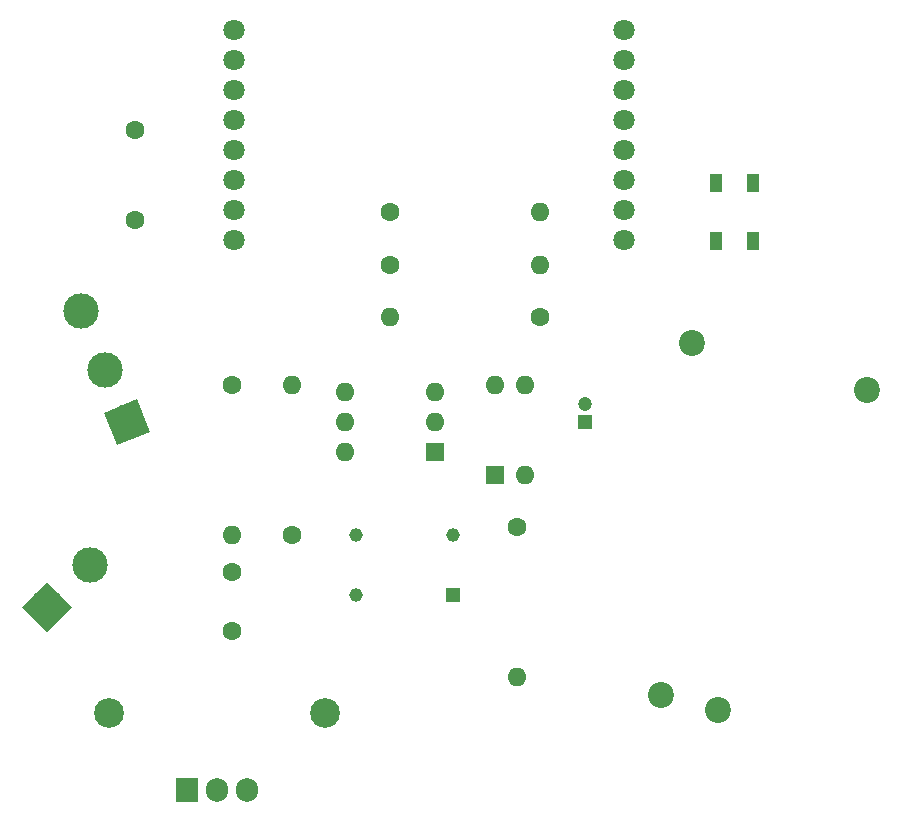
<source format=gbr>
G04 #@! TF.GenerationSoftware,KiCad,Pcbnew,5.0.0+dfsg1-2*
G04 #@! TF.CreationDate,2019-05-26T04:41:42+02:00*
G04 #@! TF.ProjectId,ceiling-light-controller,6365696C696E672D6C696768742D636F,rev?*
G04 #@! TF.SameCoordinates,Original*
G04 #@! TF.FileFunction,Soldermask,Top*
G04 #@! TF.FilePolarity,Negative*
%FSLAX46Y46*%
G04 Gerber Fmt 4.6, Leading zero omitted, Abs format (unit mm)*
G04 Created by KiCad (PCBNEW 5.0.0+dfsg1-2) date Sun May 26 04:41:42 2019*
%MOMM*%
%LPD*%
G01*
G04 APERTURE LIST*
%ADD10O,1.600000X1.600000*%
%ADD11R,1.600000X1.600000*%
%ADD12R,1.160000X1.160000*%
%ADD13C,1.160000*%
%ADD14R,1.000000X1.500000*%
%ADD15C,1.600000*%
%ADD16R,1.905000X2.000000*%
%ADD17O,1.905000X2.000000*%
%ADD18C,2.524000*%
%ADD19R,1.200000X1.200000*%
%ADD20C,1.200000*%
%ADD21C,3.000000*%
%ADD22C,0.100000*%
%ADD23C,2.200000*%
%ADD24C,1.800000*%
G04 APERTURE END LIST*
D10*
G04 #@! TO.C,U3*
X139700000Y-98425000D03*
X147320000Y-93345000D03*
X139700000Y-95885000D03*
X147320000Y-95885000D03*
X139700000Y-93345000D03*
D11*
X147320000Y-98425000D03*
G04 #@! TD*
D12*
G04 #@! TO.C,BR1*
X148905000Y-110500000D03*
D13*
X148905000Y-105400000D03*
X140655000Y-105400000D03*
X140655000Y-110500000D03*
G04 #@! TD*
D14*
G04 #@! TO.C,D1*
X174320000Y-75655000D03*
X171120000Y-75655000D03*
X174320000Y-80555000D03*
X171120000Y-80555000D03*
G04 #@! TD*
D15*
G04 #@! TO.C,R7*
X121920000Y-78740000D03*
X121920000Y-71140000D03*
G04 #@! TD*
G04 #@! TO.C,R6*
X143510000Y-78105000D03*
D10*
X156210000Y-78105000D03*
G04 #@! TD*
D16*
G04 #@! TO.C,Q1*
X126365000Y-127000000D03*
D17*
X128905000Y-127000000D03*
X131445000Y-127000000D03*
D18*
X119780000Y-120500000D03*
X138030000Y-120500000D03*
G04 #@! TD*
D19*
G04 #@! TO.C,C1*
X160020000Y-95885000D03*
D20*
X160020000Y-94385000D03*
G04 #@! TD*
D15*
G04 #@! TO.C,C5*
X130175000Y-108585000D03*
X130175000Y-113585000D03*
G04 #@! TD*
G04 #@! TO.C,R1*
X154305000Y-104775000D03*
D10*
X154305000Y-117475000D03*
G04 #@! TD*
D15*
G04 #@! TO.C,R5*
X143510000Y-82550000D03*
D10*
X156210000Y-82550000D03*
G04 #@! TD*
G04 #@! TO.C,R4*
X130175000Y-105410000D03*
D15*
X130175000Y-92710000D03*
G04 #@! TD*
G04 #@! TO.C,R3*
X135255000Y-105410000D03*
D10*
X135255000Y-92710000D03*
G04 #@! TD*
G04 #@! TO.C,R2*
X143510000Y-86995000D03*
D15*
X156210000Y-86995000D03*
G04 #@! TD*
D21*
G04 #@! TO.C,J2*
X114517898Y-111542102D03*
D22*
G36*
X114517898Y-113663422D02*
X112396578Y-111542102D01*
X114517898Y-109420782D01*
X116639218Y-111542102D01*
X114517898Y-113663422D01*
X114517898Y-113663422D01*
G37*
D21*
X118110000Y-107950000D03*
G04 #@! TD*
G04 #@! TO.C,J1*
X121285000Y-95885000D03*
D22*
G36*
X123244844Y-96696794D02*
X120473206Y-97844844D01*
X119325156Y-95073206D01*
X122096794Y-93925156D01*
X123244844Y-96696794D01*
X123244844Y-96696794D01*
G37*
D21*
X119457687Y-91473475D03*
X117396936Y-86498384D03*
G04 #@! TD*
D10*
G04 #@! TO.C,U1*
X152400000Y-92710000D03*
X154940000Y-100330000D03*
X154940000Y-92710000D03*
D11*
X152400000Y-100330000D03*
G04 #@! TD*
D23*
G04 #@! TO.C,U2*
X166500545Y-118962062D03*
X171330175Y-120256157D03*
X169087011Y-89217984D03*
X183962269Y-93203797D03*
G04 #@! TD*
D24*
G04 #@! TO.C,U4*
X130315000Y-80455000D03*
X163335000Y-80455000D03*
X130315000Y-77915000D03*
X163335000Y-77915000D03*
X130315000Y-75375000D03*
X163335000Y-75375000D03*
X130315000Y-72835000D03*
X163335000Y-72835000D03*
X130315000Y-70295000D03*
X163335000Y-70295000D03*
X130315000Y-67755000D03*
X163335000Y-67755000D03*
X130315000Y-65215000D03*
X163335000Y-65215000D03*
X130315000Y-62675000D03*
X163335000Y-62675000D03*
G04 #@! TD*
M02*

</source>
